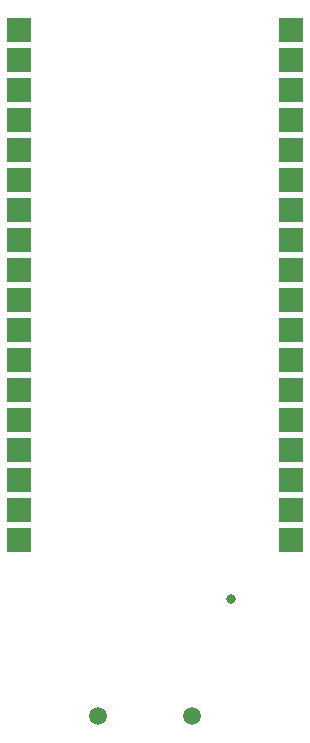
<source format=gbr>
%TF.GenerationSoftware,KiCad,Pcbnew,7.0.5*%
%TF.CreationDate,2023-06-16T14:54:11+02:00*%
%TF.ProjectId,carte_interface_connecteur_grove_pour_capteur,63617274-655f-4696-9e74-657266616365,rev?*%
%TF.SameCoordinates,Original*%
%TF.FileFunction,Copper,L1,Top*%
%TF.FilePolarity,Positive*%
%FSLAX46Y46*%
G04 Gerber Fmt 4.6, Leading zero omitted, Abs format (unit mm)*
G04 Created by KiCad (PCBNEW 7.0.5) date 2023-06-16 14:54:11*
%MOMM*%
%LPD*%
G01*
G04 APERTURE LIST*
%TA.AperFunction,ComponentPad*%
%ADD10R,2.000000X2.000000*%
%TD*%
%TA.AperFunction,ComponentPad*%
%ADD11C,1.500000*%
%TD*%
%TA.AperFunction,ViaPad*%
%ADD12C,0.800000*%
%TD*%
G04 APERTURE END LIST*
D10*
%TO.P,Ue1,1,GND*%
%TO.N,unconnected-(Ue1-GND-Pad1)*%
X111162000Y-174948000D03*
%TO.P,Ue1,2,5V*%
%TO.N,unconnected-(Ue1-5V-Pad2)*%
X111162000Y-177488000D03*
%TO.P,Ue1,3,Ve*%
%TO.N,unconnected-(Ue1-Ve-Pad3)*%
X111162000Y-180028000D03*
%TO.P,Ue1,4,Ve*%
%TO.N,unconnected-(Ue1-Ve-Pad4)*%
X111162000Y-182568000D03*
%TO.P,Ue1,5,RX*%
%TO.N,unconnected-(Ue1-RX-Pad5)*%
X111162000Y-185108000D03*
%TO.P,Ue1,6,TX*%
%TO.N,unconnected-(Ue1-TX-Pad6)*%
X111162000Y-187648000D03*
%TO.P,Ue1,7,RST*%
%TO.N,unconnected-(Ue1-RST-Pad7)*%
X111162000Y-190188000D03*
%TO.P,Ue1,8,0*%
%TO.N,unconnected-(Ue1-0-Pad8)*%
X111162000Y-192728000D03*
%TO.P,Ue1,9,36*%
%TO.N,unconnected-(Ue1-36-Pad9)*%
X111162000Y-195268000D03*
%TO.P,Ue1,10,35*%
%TO.N,unconnected-(Ue1-35-Pad10)*%
X111162000Y-197808000D03*
%TO.P,Ue1,11,34*%
%TO.N,unconnected-(Ue1-34-Pad11)*%
X111162000Y-200348000D03*
%TO.P,Ue1,12,33*%
%TO.N,unconnected-(Ue1-33-Pad12)*%
X111162000Y-202888000D03*
%TO.P,Ue1,13,47*%
%TO.N,I2C_SCL*%
X111162000Y-205428000D03*
%TO.P,Ue1,14,48*%
%TO.N,I2C_SDA*%
X111162000Y-207968000D03*
%TO.P,Ue1,15,26*%
%TO.N,unconnected-(Ue1-26-Pad15)*%
X111162000Y-210508000D03*
%TO.P,Ue1,16,21*%
%TO.N,unconnected-(Ue1-21-Pad16)*%
X111162000Y-213048000D03*
%TO.P,Ue1,17,20*%
%TO.N,unconnected-(Ue1-20-Pad17)*%
X111162000Y-215588000D03*
%TO.P,Ue1,18,19*%
%TO.N,unconnected-(Ue1-19-Pad18)*%
X111162000Y-218128000D03*
%TO.P,Ue1,19,7*%
%TO.N,unconnected-(Ue1-7-Pad19)*%
X134192000Y-218128000D03*
%TO.P,Ue1,20,6*%
%TO.N,unconnected-(Ue1-6-Pad20)*%
X134192000Y-215588000D03*
%TO.P,Ue1,21,5*%
%TO.N,unconnected-(Ue1-5-Pad21)*%
X134192000Y-213048000D03*
%TO.P,Ue1,22,4*%
%TO.N,unconnected-(Ue1-4-Pad22)*%
X134192000Y-210508000D03*
%TO.P,Ue1,23,3*%
%TO.N,unconnected-(Ue1-3-Pad23)*%
X134192000Y-207968000D03*
%TO.P,Ue1,24,2*%
%TO.N,unconnected-(Ue1-2-Pad24)*%
X134192000Y-205428000D03*
%TO.P,Ue1,25,1*%
%TO.N,unconnected-(Ue1-1-Pad25)*%
X134192000Y-202888000D03*
%TO.P,Ue1,26,38*%
%TO.N,unconnected-(Ue1-38-Pad26)*%
X134192000Y-200348000D03*
%TO.P,Ue1,27,39*%
%TO.N,unconnected-(Ue1-39-Pad27)*%
X134192000Y-197808000D03*
%TO.P,Ue1,28,40*%
%TO.N,unconnected-(Ue1-40-Pad28)*%
X134192000Y-195268000D03*
%TO.P,Ue1,29,41*%
%TO.N,unconnected-(Ue1-41-Pad29)*%
X134192000Y-192728000D03*
%TO.P,Ue1,30,42*%
%TO.N,unconnected-(Ue1-42-Pad30)*%
X134192000Y-190188000D03*
%TO.P,Ue1,31,45*%
%TO.N,unconnected-(Ue1-45-Pad31)*%
X134192000Y-187648000D03*
%TO.P,Ue1,32,46*%
%TO.N,unconnected-(Ue1-46-Pad32)*%
X134192000Y-185108000D03*
%TO.P,Ue1,33,37*%
%TO.N,unconnected-(Ue1-37-Pad33)*%
X134192000Y-182568000D03*
%TO.P,Ue1,34,3.3V*%
%TO.N,+3.3V*%
X134192000Y-180028000D03*
%TO.P,Ue1,35,3.3V*%
%TO.N,unconnected-(Ue1-3.3V-Pad35)*%
X134192000Y-177488000D03*
%TO.P,Ue1,36,GND*%
%TO.N,GND*%
X134192000Y-174948000D03*
%TD*%
D11*
%TO.P,J1,5*%
%TO.N,N/C*%
X125832000Y-233104000D03*
X117832000Y-233104000D03*
%TD*%
D12*
%TO.N,*%
X129100000Y-223200000D03*
%TD*%
M02*

</source>
